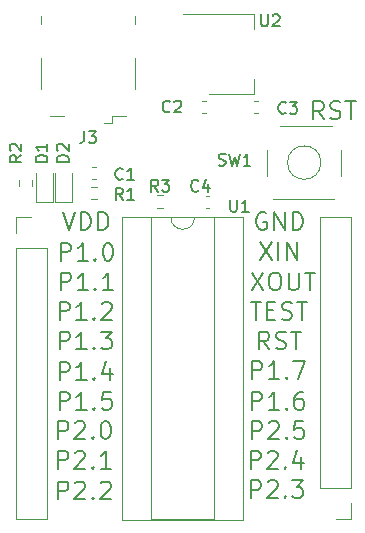
<source format=gbr>
%TF.GenerationSoftware,KiCad,Pcbnew,7.0.6-1.fc38*%
%TF.CreationDate,2023-08-09T19:30:44+03:00*%
%TF.ProjectId,msp430-breakout,6d737034-3330-42d6-9272-65616b6f7574,v.1.0*%
%TF.SameCoordinates,Original*%
%TF.FileFunction,Legend,Top*%
%TF.FilePolarity,Positive*%
%FSLAX46Y46*%
G04 Gerber Fmt 4.6, Leading zero omitted, Abs format (unit mm)*
G04 Created by KiCad (PCBNEW 7.0.6-1.fc38) date 2023-08-09 19:30:44*
%MOMM*%
%LPD*%
G01*
G04 APERTURE LIST*
%ADD10C,0.187500*%
%ADD11C,0.150000*%
%ADD12C,0.120000*%
G04 APERTURE END LIST*
D10*
X92866212Y-50478107D02*
X92723355Y-50406678D01*
X92723355Y-50406678D02*
X92509069Y-50406678D01*
X92509069Y-50406678D02*
X92294783Y-50478107D01*
X92294783Y-50478107D02*
X92151926Y-50620964D01*
X92151926Y-50620964D02*
X92080497Y-50763821D01*
X92080497Y-50763821D02*
X92009069Y-51049535D01*
X92009069Y-51049535D02*
X92009069Y-51263821D01*
X92009069Y-51263821D02*
X92080497Y-51549535D01*
X92080497Y-51549535D02*
X92151926Y-51692392D01*
X92151926Y-51692392D02*
X92294783Y-51835250D01*
X92294783Y-51835250D02*
X92509069Y-51906678D01*
X92509069Y-51906678D02*
X92651926Y-51906678D01*
X92651926Y-51906678D02*
X92866212Y-51835250D01*
X92866212Y-51835250D02*
X92937640Y-51763821D01*
X92937640Y-51763821D02*
X92937640Y-51263821D01*
X92937640Y-51263821D02*
X92651926Y-51263821D01*
X93580497Y-51906678D02*
X93580497Y-50406678D01*
X93580497Y-50406678D02*
X94437640Y-51906678D01*
X94437640Y-51906678D02*
X94437640Y-50406678D01*
X95151926Y-51906678D02*
X95151926Y-50406678D01*
X95151926Y-50406678D02*
X95509069Y-50406678D01*
X95509069Y-50406678D02*
X95723355Y-50478107D01*
X95723355Y-50478107D02*
X95866212Y-50620964D01*
X95866212Y-50620964D02*
X95937641Y-50763821D01*
X95937641Y-50763821D02*
X96009069Y-51049535D01*
X96009069Y-51049535D02*
X96009069Y-51263821D01*
X96009069Y-51263821D02*
X95937641Y-51549535D01*
X95937641Y-51549535D02*
X95866212Y-51692392D01*
X95866212Y-51692392D02*
X95723355Y-51835250D01*
X95723355Y-51835250D02*
X95509069Y-51906678D01*
X95509069Y-51906678D02*
X95151926Y-51906678D01*
X97737640Y-42506678D02*
X97237640Y-41792392D01*
X96880497Y-42506678D02*
X96880497Y-41006678D01*
X96880497Y-41006678D02*
X97451926Y-41006678D01*
X97451926Y-41006678D02*
X97594783Y-41078107D01*
X97594783Y-41078107D02*
X97666212Y-41149535D01*
X97666212Y-41149535D02*
X97737640Y-41292392D01*
X97737640Y-41292392D02*
X97737640Y-41506678D01*
X97737640Y-41506678D02*
X97666212Y-41649535D01*
X97666212Y-41649535D02*
X97594783Y-41720964D01*
X97594783Y-41720964D02*
X97451926Y-41792392D01*
X97451926Y-41792392D02*
X96880497Y-41792392D01*
X98309069Y-42435250D02*
X98523355Y-42506678D01*
X98523355Y-42506678D02*
X98880497Y-42506678D01*
X98880497Y-42506678D02*
X99023355Y-42435250D01*
X99023355Y-42435250D02*
X99094783Y-42363821D01*
X99094783Y-42363821D02*
X99166212Y-42220964D01*
X99166212Y-42220964D02*
X99166212Y-42078107D01*
X99166212Y-42078107D02*
X99094783Y-41935250D01*
X99094783Y-41935250D02*
X99023355Y-41863821D01*
X99023355Y-41863821D02*
X98880497Y-41792392D01*
X98880497Y-41792392D02*
X98594783Y-41720964D01*
X98594783Y-41720964D02*
X98451926Y-41649535D01*
X98451926Y-41649535D02*
X98380497Y-41578107D01*
X98380497Y-41578107D02*
X98309069Y-41435250D01*
X98309069Y-41435250D02*
X98309069Y-41292392D01*
X98309069Y-41292392D02*
X98380497Y-41149535D01*
X98380497Y-41149535D02*
X98451926Y-41078107D01*
X98451926Y-41078107D02*
X98594783Y-41006678D01*
X98594783Y-41006678D02*
X98951926Y-41006678D01*
X98951926Y-41006678D02*
X99166212Y-41078107D01*
X99594783Y-41006678D02*
X100451926Y-41006678D01*
X100023354Y-42506678D02*
X100023354Y-41006678D01*
X75666212Y-50406678D02*
X76166212Y-51906678D01*
X76166212Y-51906678D02*
X76666212Y-50406678D01*
X77166211Y-51906678D02*
X77166211Y-50406678D01*
X77166211Y-50406678D02*
X77523354Y-50406678D01*
X77523354Y-50406678D02*
X77737640Y-50478107D01*
X77737640Y-50478107D02*
X77880497Y-50620964D01*
X77880497Y-50620964D02*
X77951926Y-50763821D01*
X77951926Y-50763821D02*
X78023354Y-51049535D01*
X78023354Y-51049535D02*
X78023354Y-51263821D01*
X78023354Y-51263821D02*
X77951926Y-51549535D01*
X77951926Y-51549535D02*
X77880497Y-51692392D01*
X77880497Y-51692392D02*
X77737640Y-51835250D01*
X77737640Y-51835250D02*
X77523354Y-51906678D01*
X77523354Y-51906678D02*
X77166211Y-51906678D01*
X78666211Y-51906678D02*
X78666211Y-50406678D01*
X78666211Y-50406678D02*
X79023354Y-50406678D01*
X79023354Y-50406678D02*
X79237640Y-50478107D01*
X79237640Y-50478107D02*
X79380497Y-50620964D01*
X79380497Y-50620964D02*
X79451926Y-50763821D01*
X79451926Y-50763821D02*
X79523354Y-51049535D01*
X79523354Y-51049535D02*
X79523354Y-51263821D01*
X79523354Y-51263821D02*
X79451926Y-51549535D01*
X79451926Y-51549535D02*
X79380497Y-51692392D01*
X79380497Y-51692392D02*
X79237640Y-51835250D01*
X79237640Y-51835250D02*
X79023354Y-51906678D01*
X79023354Y-51906678D02*
X78666211Y-51906678D01*
X91680497Y-67106678D02*
X91680497Y-65606678D01*
X91680497Y-65606678D02*
X92251926Y-65606678D01*
X92251926Y-65606678D02*
X92394783Y-65678107D01*
X92394783Y-65678107D02*
X92466212Y-65749535D01*
X92466212Y-65749535D02*
X92537640Y-65892392D01*
X92537640Y-65892392D02*
X92537640Y-66106678D01*
X92537640Y-66106678D02*
X92466212Y-66249535D01*
X92466212Y-66249535D02*
X92394783Y-66320964D01*
X92394783Y-66320964D02*
X92251926Y-66392392D01*
X92251926Y-66392392D02*
X91680497Y-66392392D01*
X93966212Y-67106678D02*
X93109069Y-67106678D01*
X93537640Y-67106678D02*
X93537640Y-65606678D01*
X93537640Y-65606678D02*
X93394783Y-65820964D01*
X93394783Y-65820964D02*
X93251926Y-65963821D01*
X93251926Y-65963821D02*
X93109069Y-66035250D01*
X94609068Y-66963821D02*
X94680497Y-67035250D01*
X94680497Y-67035250D02*
X94609068Y-67106678D01*
X94609068Y-67106678D02*
X94537640Y-67035250D01*
X94537640Y-67035250D02*
X94609068Y-66963821D01*
X94609068Y-66963821D02*
X94609068Y-67106678D01*
X95966212Y-65606678D02*
X95680497Y-65606678D01*
X95680497Y-65606678D02*
X95537640Y-65678107D01*
X95537640Y-65678107D02*
X95466212Y-65749535D01*
X95466212Y-65749535D02*
X95323354Y-65963821D01*
X95323354Y-65963821D02*
X95251926Y-66249535D01*
X95251926Y-66249535D02*
X95251926Y-66820964D01*
X95251926Y-66820964D02*
X95323354Y-66963821D01*
X95323354Y-66963821D02*
X95394783Y-67035250D01*
X95394783Y-67035250D02*
X95537640Y-67106678D01*
X95537640Y-67106678D02*
X95823354Y-67106678D01*
X95823354Y-67106678D02*
X95966212Y-67035250D01*
X95966212Y-67035250D02*
X96037640Y-66963821D01*
X96037640Y-66963821D02*
X96109069Y-66820964D01*
X96109069Y-66820964D02*
X96109069Y-66463821D01*
X96109069Y-66463821D02*
X96037640Y-66320964D01*
X96037640Y-66320964D02*
X95966212Y-66249535D01*
X95966212Y-66249535D02*
X95823354Y-66178107D01*
X95823354Y-66178107D02*
X95537640Y-66178107D01*
X95537640Y-66178107D02*
X95394783Y-66249535D01*
X95394783Y-66249535D02*
X95323354Y-66320964D01*
X95323354Y-66320964D02*
X95251926Y-66463821D01*
X91680497Y-69606678D02*
X91680497Y-68106678D01*
X91680497Y-68106678D02*
X92251926Y-68106678D01*
X92251926Y-68106678D02*
X92394783Y-68178107D01*
X92394783Y-68178107D02*
X92466212Y-68249535D01*
X92466212Y-68249535D02*
X92537640Y-68392392D01*
X92537640Y-68392392D02*
X92537640Y-68606678D01*
X92537640Y-68606678D02*
X92466212Y-68749535D01*
X92466212Y-68749535D02*
X92394783Y-68820964D01*
X92394783Y-68820964D02*
X92251926Y-68892392D01*
X92251926Y-68892392D02*
X91680497Y-68892392D01*
X93109069Y-68249535D02*
X93180497Y-68178107D01*
X93180497Y-68178107D02*
X93323355Y-68106678D01*
X93323355Y-68106678D02*
X93680497Y-68106678D01*
X93680497Y-68106678D02*
X93823355Y-68178107D01*
X93823355Y-68178107D02*
X93894783Y-68249535D01*
X93894783Y-68249535D02*
X93966212Y-68392392D01*
X93966212Y-68392392D02*
X93966212Y-68535250D01*
X93966212Y-68535250D02*
X93894783Y-68749535D01*
X93894783Y-68749535D02*
X93037640Y-69606678D01*
X93037640Y-69606678D02*
X93966212Y-69606678D01*
X94609068Y-69463821D02*
X94680497Y-69535250D01*
X94680497Y-69535250D02*
X94609068Y-69606678D01*
X94609068Y-69606678D02*
X94537640Y-69535250D01*
X94537640Y-69535250D02*
X94609068Y-69463821D01*
X94609068Y-69463821D02*
X94609068Y-69606678D01*
X96037640Y-68106678D02*
X95323354Y-68106678D01*
X95323354Y-68106678D02*
X95251926Y-68820964D01*
X95251926Y-68820964D02*
X95323354Y-68749535D01*
X95323354Y-68749535D02*
X95466212Y-68678107D01*
X95466212Y-68678107D02*
X95823354Y-68678107D01*
X95823354Y-68678107D02*
X95966212Y-68749535D01*
X95966212Y-68749535D02*
X96037640Y-68820964D01*
X96037640Y-68820964D02*
X96109069Y-68963821D01*
X96109069Y-68963821D02*
X96109069Y-69320964D01*
X96109069Y-69320964D02*
X96037640Y-69463821D01*
X96037640Y-69463821D02*
X95966212Y-69535250D01*
X95966212Y-69535250D02*
X95823354Y-69606678D01*
X95823354Y-69606678D02*
X95466212Y-69606678D01*
X95466212Y-69606678D02*
X95323354Y-69535250D01*
X95323354Y-69535250D02*
X95251926Y-69463821D01*
X93137640Y-62006678D02*
X92637640Y-61292392D01*
X92280497Y-62006678D02*
X92280497Y-60506678D01*
X92280497Y-60506678D02*
X92851926Y-60506678D01*
X92851926Y-60506678D02*
X92994783Y-60578107D01*
X92994783Y-60578107D02*
X93066212Y-60649535D01*
X93066212Y-60649535D02*
X93137640Y-60792392D01*
X93137640Y-60792392D02*
X93137640Y-61006678D01*
X93137640Y-61006678D02*
X93066212Y-61149535D01*
X93066212Y-61149535D02*
X92994783Y-61220964D01*
X92994783Y-61220964D02*
X92851926Y-61292392D01*
X92851926Y-61292392D02*
X92280497Y-61292392D01*
X93709069Y-61935250D02*
X93923355Y-62006678D01*
X93923355Y-62006678D02*
X94280497Y-62006678D01*
X94280497Y-62006678D02*
X94423355Y-61935250D01*
X94423355Y-61935250D02*
X94494783Y-61863821D01*
X94494783Y-61863821D02*
X94566212Y-61720964D01*
X94566212Y-61720964D02*
X94566212Y-61578107D01*
X94566212Y-61578107D02*
X94494783Y-61435250D01*
X94494783Y-61435250D02*
X94423355Y-61363821D01*
X94423355Y-61363821D02*
X94280497Y-61292392D01*
X94280497Y-61292392D02*
X93994783Y-61220964D01*
X93994783Y-61220964D02*
X93851926Y-61149535D01*
X93851926Y-61149535D02*
X93780497Y-61078107D01*
X93780497Y-61078107D02*
X93709069Y-60935250D01*
X93709069Y-60935250D02*
X93709069Y-60792392D01*
X93709069Y-60792392D02*
X93780497Y-60649535D01*
X93780497Y-60649535D02*
X93851926Y-60578107D01*
X93851926Y-60578107D02*
X93994783Y-60506678D01*
X93994783Y-60506678D02*
X94351926Y-60506678D01*
X94351926Y-60506678D02*
X94566212Y-60578107D01*
X94994783Y-60506678D02*
X95851926Y-60506678D01*
X95423354Y-62006678D02*
X95423354Y-60506678D01*
X91566212Y-58006678D02*
X92423355Y-58006678D01*
X91994783Y-59506678D02*
X91994783Y-58006678D01*
X92923354Y-58720964D02*
X93423354Y-58720964D01*
X93637640Y-59506678D02*
X92923354Y-59506678D01*
X92923354Y-59506678D02*
X92923354Y-58006678D01*
X92923354Y-58006678D02*
X93637640Y-58006678D01*
X94209069Y-59435250D02*
X94423355Y-59506678D01*
X94423355Y-59506678D02*
X94780497Y-59506678D01*
X94780497Y-59506678D02*
X94923355Y-59435250D01*
X94923355Y-59435250D02*
X94994783Y-59363821D01*
X94994783Y-59363821D02*
X95066212Y-59220964D01*
X95066212Y-59220964D02*
X95066212Y-59078107D01*
X95066212Y-59078107D02*
X94994783Y-58935250D01*
X94994783Y-58935250D02*
X94923355Y-58863821D01*
X94923355Y-58863821D02*
X94780497Y-58792392D01*
X94780497Y-58792392D02*
X94494783Y-58720964D01*
X94494783Y-58720964D02*
X94351926Y-58649535D01*
X94351926Y-58649535D02*
X94280497Y-58578107D01*
X94280497Y-58578107D02*
X94209069Y-58435250D01*
X94209069Y-58435250D02*
X94209069Y-58292392D01*
X94209069Y-58292392D02*
X94280497Y-58149535D01*
X94280497Y-58149535D02*
X94351926Y-58078107D01*
X94351926Y-58078107D02*
X94494783Y-58006678D01*
X94494783Y-58006678D02*
X94851926Y-58006678D01*
X94851926Y-58006678D02*
X95066212Y-58078107D01*
X95494783Y-58006678D02*
X96351926Y-58006678D01*
X95923354Y-59506678D02*
X95923354Y-58006678D01*
X91580497Y-72106678D02*
X91580497Y-70606678D01*
X91580497Y-70606678D02*
X92151926Y-70606678D01*
X92151926Y-70606678D02*
X92294783Y-70678107D01*
X92294783Y-70678107D02*
X92366212Y-70749535D01*
X92366212Y-70749535D02*
X92437640Y-70892392D01*
X92437640Y-70892392D02*
X92437640Y-71106678D01*
X92437640Y-71106678D02*
X92366212Y-71249535D01*
X92366212Y-71249535D02*
X92294783Y-71320964D01*
X92294783Y-71320964D02*
X92151926Y-71392392D01*
X92151926Y-71392392D02*
X91580497Y-71392392D01*
X93009069Y-70749535D02*
X93080497Y-70678107D01*
X93080497Y-70678107D02*
X93223355Y-70606678D01*
X93223355Y-70606678D02*
X93580497Y-70606678D01*
X93580497Y-70606678D02*
X93723355Y-70678107D01*
X93723355Y-70678107D02*
X93794783Y-70749535D01*
X93794783Y-70749535D02*
X93866212Y-70892392D01*
X93866212Y-70892392D02*
X93866212Y-71035250D01*
X93866212Y-71035250D02*
X93794783Y-71249535D01*
X93794783Y-71249535D02*
X92937640Y-72106678D01*
X92937640Y-72106678D02*
X93866212Y-72106678D01*
X94509068Y-71963821D02*
X94580497Y-72035250D01*
X94580497Y-72035250D02*
X94509068Y-72106678D01*
X94509068Y-72106678D02*
X94437640Y-72035250D01*
X94437640Y-72035250D02*
X94509068Y-71963821D01*
X94509068Y-71963821D02*
X94509068Y-72106678D01*
X95866212Y-71106678D02*
X95866212Y-72106678D01*
X95509069Y-70535250D02*
X95151926Y-71606678D01*
X95151926Y-71606678D02*
X96080497Y-71606678D01*
X91637640Y-55506678D02*
X92637640Y-57006678D01*
X92637640Y-55506678D02*
X91637640Y-57006678D01*
X93494783Y-55506678D02*
X93780497Y-55506678D01*
X93780497Y-55506678D02*
X93923354Y-55578107D01*
X93923354Y-55578107D02*
X94066211Y-55720964D01*
X94066211Y-55720964D02*
X94137640Y-56006678D01*
X94137640Y-56006678D02*
X94137640Y-56506678D01*
X94137640Y-56506678D02*
X94066211Y-56792392D01*
X94066211Y-56792392D02*
X93923354Y-56935250D01*
X93923354Y-56935250D02*
X93780497Y-57006678D01*
X93780497Y-57006678D02*
X93494783Y-57006678D01*
X93494783Y-57006678D02*
X93351926Y-56935250D01*
X93351926Y-56935250D02*
X93209068Y-56792392D01*
X93209068Y-56792392D02*
X93137640Y-56506678D01*
X93137640Y-56506678D02*
X93137640Y-56006678D01*
X93137640Y-56006678D02*
X93209068Y-55720964D01*
X93209068Y-55720964D02*
X93351926Y-55578107D01*
X93351926Y-55578107D02*
X93494783Y-55506678D01*
X94780497Y-55506678D02*
X94780497Y-56720964D01*
X94780497Y-56720964D02*
X94851926Y-56863821D01*
X94851926Y-56863821D02*
X94923355Y-56935250D01*
X94923355Y-56935250D02*
X95066212Y-57006678D01*
X95066212Y-57006678D02*
X95351926Y-57006678D01*
X95351926Y-57006678D02*
X95494783Y-56935250D01*
X95494783Y-56935250D02*
X95566212Y-56863821D01*
X95566212Y-56863821D02*
X95637640Y-56720964D01*
X95637640Y-56720964D02*
X95637640Y-55506678D01*
X96137641Y-55506678D02*
X96994784Y-55506678D01*
X96566212Y-57006678D02*
X96566212Y-55506678D01*
X91680497Y-64506678D02*
X91680497Y-63006678D01*
X91680497Y-63006678D02*
X92251926Y-63006678D01*
X92251926Y-63006678D02*
X92394783Y-63078107D01*
X92394783Y-63078107D02*
X92466212Y-63149535D01*
X92466212Y-63149535D02*
X92537640Y-63292392D01*
X92537640Y-63292392D02*
X92537640Y-63506678D01*
X92537640Y-63506678D02*
X92466212Y-63649535D01*
X92466212Y-63649535D02*
X92394783Y-63720964D01*
X92394783Y-63720964D02*
X92251926Y-63792392D01*
X92251926Y-63792392D02*
X91680497Y-63792392D01*
X93966212Y-64506678D02*
X93109069Y-64506678D01*
X93537640Y-64506678D02*
X93537640Y-63006678D01*
X93537640Y-63006678D02*
X93394783Y-63220964D01*
X93394783Y-63220964D02*
X93251926Y-63363821D01*
X93251926Y-63363821D02*
X93109069Y-63435250D01*
X94609068Y-64363821D02*
X94680497Y-64435250D01*
X94680497Y-64435250D02*
X94609068Y-64506678D01*
X94609068Y-64506678D02*
X94537640Y-64435250D01*
X94537640Y-64435250D02*
X94609068Y-64363821D01*
X94609068Y-64363821D02*
X94609068Y-64506678D01*
X95180497Y-63006678D02*
X96180497Y-63006678D01*
X96180497Y-63006678D02*
X95537640Y-64506678D01*
X91580497Y-74606678D02*
X91580497Y-73106678D01*
X91580497Y-73106678D02*
X92151926Y-73106678D01*
X92151926Y-73106678D02*
X92294783Y-73178107D01*
X92294783Y-73178107D02*
X92366212Y-73249535D01*
X92366212Y-73249535D02*
X92437640Y-73392392D01*
X92437640Y-73392392D02*
X92437640Y-73606678D01*
X92437640Y-73606678D02*
X92366212Y-73749535D01*
X92366212Y-73749535D02*
X92294783Y-73820964D01*
X92294783Y-73820964D02*
X92151926Y-73892392D01*
X92151926Y-73892392D02*
X91580497Y-73892392D01*
X93009069Y-73249535D02*
X93080497Y-73178107D01*
X93080497Y-73178107D02*
X93223355Y-73106678D01*
X93223355Y-73106678D02*
X93580497Y-73106678D01*
X93580497Y-73106678D02*
X93723355Y-73178107D01*
X93723355Y-73178107D02*
X93794783Y-73249535D01*
X93794783Y-73249535D02*
X93866212Y-73392392D01*
X93866212Y-73392392D02*
X93866212Y-73535250D01*
X93866212Y-73535250D02*
X93794783Y-73749535D01*
X93794783Y-73749535D02*
X92937640Y-74606678D01*
X92937640Y-74606678D02*
X93866212Y-74606678D01*
X94509068Y-74463821D02*
X94580497Y-74535250D01*
X94580497Y-74535250D02*
X94509068Y-74606678D01*
X94509068Y-74606678D02*
X94437640Y-74535250D01*
X94437640Y-74535250D02*
X94509068Y-74463821D01*
X94509068Y-74463821D02*
X94509068Y-74606678D01*
X95080497Y-73106678D02*
X96009069Y-73106678D01*
X96009069Y-73106678D02*
X95509069Y-73678107D01*
X95509069Y-73678107D02*
X95723354Y-73678107D01*
X95723354Y-73678107D02*
X95866212Y-73749535D01*
X95866212Y-73749535D02*
X95937640Y-73820964D01*
X95937640Y-73820964D02*
X96009069Y-73963821D01*
X96009069Y-73963821D02*
X96009069Y-74320964D01*
X96009069Y-74320964D02*
X95937640Y-74463821D01*
X95937640Y-74463821D02*
X95866212Y-74535250D01*
X95866212Y-74535250D02*
X95723354Y-74606678D01*
X95723354Y-74606678D02*
X95294783Y-74606678D01*
X95294783Y-74606678D02*
X95151926Y-74535250D01*
X95151926Y-74535250D02*
X95080497Y-74463821D01*
X75280497Y-74706678D02*
X75280497Y-73206678D01*
X75280497Y-73206678D02*
X75851926Y-73206678D01*
X75851926Y-73206678D02*
X75994783Y-73278107D01*
X75994783Y-73278107D02*
X76066212Y-73349535D01*
X76066212Y-73349535D02*
X76137640Y-73492392D01*
X76137640Y-73492392D02*
X76137640Y-73706678D01*
X76137640Y-73706678D02*
X76066212Y-73849535D01*
X76066212Y-73849535D02*
X75994783Y-73920964D01*
X75994783Y-73920964D02*
X75851926Y-73992392D01*
X75851926Y-73992392D02*
X75280497Y-73992392D01*
X76709069Y-73349535D02*
X76780497Y-73278107D01*
X76780497Y-73278107D02*
X76923355Y-73206678D01*
X76923355Y-73206678D02*
X77280497Y-73206678D01*
X77280497Y-73206678D02*
X77423355Y-73278107D01*
X77423355Y-73278107D02*
X77494783Y-73349535D01*
X77494783Y-73349535D02*
X77566212Y-73492392D01*
X77566212Y-73492392D02*
X77566212Y-73635250D01*
X77566212Y-73635250D02*
X77494783Y-73849535D01*
X77494783Y-73849535D02*
X76637640Y-74706678D01*
X76637640Y-74706678D02*
X77566212Y-74706678D01*
X78209068Y-74563821D02*
X78280497Y-74635250D01*
X78280497Y-74635250D02*
X78209068Y-74706678D01*
X78209068Y-74706678D02*
X78137640Y-74635250D01*
X78137640Y-74635250D02*
X78209068Y-74563821D01*
X78209068Y-74563821D02*
X78209068Y-74706678D01*
X78851926Y-73349535D02*
X78923354Y-73278107D01*
X78923354Y-73278107D02*
X79066212Y-73206678D01*
X79066212Y-73206678D02*
X79423354Y-73206678D01*
X79423354Y-73206678D02*
X79566212Y-73278107D01*
X79566212Y-73278107D02*
X79637640Y-73349535D01*
X79637640Y-73349535D02*
X79709069Y-73492392D01*
X79709069Y-73492392D02*
X79709069Y-73635250D01*
X79709069Y-73635250D02*
X79637640Y-73849535D01*
X79637640Y-73849535D02*
X78780497Y-74706678D01*
X78780497Y-74706678D02*
X79709069Y-74706678D01*
X75280497Y-69606678D02*
X75280497Y-68106678D01*
X75280497Y-68106678D02*
X75851926Y-68106678D01*
X75851926Y-68106678D02*
X75994783Y-68178107D01*
X75994783Y-68178107D02*
X76066212Y-68249535D01*
X76066212Y-68249535D02*
X76137640Y-68392392D01*
X76137640Y-68392392D02*
X76137640Y-68606678D01*
X76137640Y-68606678D02*
X76066212Y-68749535D01*
X76066212Y-68749535D02*
X75994783Y-68820964D01*
X75994783Y-68820964D02*
X75851926Y-68892392D01*
X75851926Y-68892392D02*
X75280497Y-68892392D01*
X76709069Y-68249535D02*
X76780497Y-68178107D01*
X76780497Y-68178107D02*
X76923355Y-68106678D01*
X76923355Y-68106678D02*
X77280497Y-68106678D01*
X77280497Y-68106678D02*
X77423355Y-68178107D01*
X77423355Y-68178107D02*
X77494783Y-68249535D01*
X77494783Y-68249535D02*
X77566212Y-68392392D01*
X77566212Y-68392392D02*
X77566212Y-68535250D01*
X77566212Y-68535250D02*
X77494783Y-68749535D01*
X77494783Y-68749535D02*
X76637640Y-69606678D01*
X76637640Y-69606678D02*
X77566212Y-69606678D01*
X78209068Y-69463821D02*
X78280497Y-69535250D01*
X78280497Y-69535250D02*
X78209068Y-69606678D01*
X78209068Y-69606678D02*
X78137640Y-69535250D01*
X78137640Y-69535250D02*
X78209068Y-69463821D01*
X78209068Y-69463821D02*
X78209068Y-69606678D01*
X79209069Y-68106678D02*
X79351926Y-68106678D01*
X79351926Y-68106678D02*
X79494783Y-68178107D01*
X79494783Y-68178107D02*
X79566212Y-68249535D01*
X79566212Y-68249535D02*
X79637640Y-68392392D01*
X79637640Y-68392392D02*
X79709069Y-68678107D01*
X79709069Y-68678107D02*
X79709069Y-69035250D01*
X79709069Y-69035250D02*
X79637640Y-69320964D01*
X79637640Y-69320964D02*
X79566212Y-69463821D01*
X79566212Y-69463821D02*
X79494783Y-69535250D01*
X79494783Y-69535250D02*
X79351926Y-69606678D01*
X79351926Y-69606678D02*
X79209069Y-69606678D01*
X79209069Y-69606678D02*
X79066212Y-69535250D01*
X79066212Y-69535250D02*
X78994783Y-69463821D01*
X78994783Y-69463821D02*
X78923354Y-69320964D01*
X78923354Y-69320964D02*
X78851926Y-69035250D01*
X78851926Y-69035250D02*
X78851926Y-68678107D01*
X78851926Y-68678107D02*
X78923354Y-68392392D01*
X78923354Y-68392392D02*
X78994783Y-68249535D01*
X78994783Y-68249535D02*
X79066212Y-68178107D01*
X79066212Y-68178107D02*
X79209069Y-68106678D01*
X75380497Y-67106678D02*
X75380497Y-65606678D01*
X75380497Y-65606678D02*
X75951926Y-65606678D01*
X75951926Y-65606678D02*
X76094783Y-65678107D01*
X76094783Y-65678107D02*
X76166212Y-65749535D01*
X76166212Y-65749535D02*
X76237640Y-65892392D01*
X76237640Y-65892392D02*
X76237640Y-66106678D01*
X76237640Y-66106678D02*
X76166212Y-66249535D01*
X76166212Y-66249535D02*
X76094783Y-66320964D01*
X76094783Y-66320964D02*
X75951926Y-66392392D01*
X75951926Y-66392392D02*
X75380497Y-66392392D01*
X77666212Y-67106678D02*
X76809069Y-67106678D01*
X77237640Y-67106678D02*
X77237640Y-65606678D01*
X77237640Y-65606678D02*
X77094783Y-65820964D01*
X77094783Y-65820964D02*
X76951926Y-65963821D01*
X76951926Y-65963821D02*
X76809069Y-66035250D01*
X78309068Y-66963821D02*
X78380497Y-67035250D01*
X78380497Y-67035250D02*
X78309068Y-67106678D01*
X78309068Y-67106678D02*
X78237640Y-67035250D01*
X78237640Y-67035250D02*
X78309068Y-66963821D01*
X78309068Y-66963821D02*
X78309068Y-67106678D01*
X79737640Y-65606678D02*
X79023354Y-65606678D01*
X79023354Y-65606678D02*
X78951926Y-66320964D01*
X78951926Y-66320964D02*
X79023354Y-66249535D01*
X79023354Y-66249535D02*
X79166212Y-66178107D01*
X79166212Y-66178107D02*
X79523354Y-66178107D01*
X79523354Y-66178107D02*
X79666212Y-66249535D01*
X79666212Y-66249535D02*
X79737640Y-66320964D01*
X79737640Y-66320964D02*
X79809069Y-66463821D01*
X79809069Y-66463821D02*
X79809069Y-66820964D01*
X79809069Y-66820964D02*
X79737640Y-66963821D01*
X79737640Y-66963821D02*
X79666212Y-67035250D01*
X79666212Y-67035250D02*
X79523354Y-67106678D01*
X79523354Y-67106678D02*
X79166212Y-67106678D01*
X79166212Y-67106678D02*
X79023354Y-67035250D01*
X79023354Y-67035250D02*
X78951926Y-66963821D01*
X75380497Y-64606678D02*
X75380497Y-63106678D01*
X75380497Y-63106678D02*
X75951926Y-63106678D01*
X75951926Y-63106678D02*
X76094783Y-63178107D01*
X76094783Y-63178107D02*
X76166212Y-63249535D01*
X76166212Y-63249535D02*
X76237640Y-63392392D01*
X76237640Y-63392392D02*
X76237640Y-63606678D01*
X76237640Y-63606678D02*
X76166212Y-63749535D01*
X76166212Y-63749535D02*
X76094783Y-63820964D01*
X76094783Y-63820964D02*
X75951926Y-63892392D01*
X75951926Y-63892392D02*
X75380497Y-63892392D01*
X77666212Y-64606678D02*
X76809069Y-64606678D01*
X77237640Y-64606678D02*
X77237640Y-63106678D01*
X77237640Y-63106678D02*
X77094783Y-63320964D01*
X77094783Y-63320964D02*
X76951926Y-63463821D01*
X76951926Y-63463821D02*
X76809069Y-63535250D01*
X78309068Y-64463821D02*
X78380497Y-64535250D01*
X78380497Y-64535250D02*
X78309068Y-64606678D01*
X78309068Y-64606678D02*
X78237640Y-64535250D01*
X78237640Y-64535250D02*
X78309068Y-64463821D01*
X78309068Y-64463821D02*
X78309068Y-64606678D01*
X79666212Y-63606678D02*
X79666212Y-64606678D01*
X79309069Y-63035250D02*
X78951926Y-64106678D01*
X78951926Y-64106678D02*
X79880497Y-64106678D01*
X75280497Y-72106678D02*
X75280497Y-70606678D01*
X75280497Y-70606678D02*
X75851926Y-70606678D01*
X75851926Y-70606678D02*
X75994783Y-70678107D01*
X75994783Y-70678107D02*
X76066212Y-70749535D01*
X76066212Y-70749535D02*
X76137640Y-70892392D01*
X76137640Y-70892392D02*
X76137640Y-71106678D01*
X76137640Y-71106678D02*
X76066212Y-71249535D01*
X76066212Y-71249535D02*
X75994783Y-71320964D01*
X75994783Y-71320964D02*
X75851926Y-71392392D01*
X75851926Y-71392392D02*
X75280497Y-71392392D01*
X76709069Y-70749535D02*
X76780497Y-70678107D01*
X76780497Y-70678107D02*
X76923355Y-70606678D01*
X76923355Y-70606678D02*
X77280497Y-70606678D01*
X77280497Y-70606678D02*
X77423355Y-70678107D01*
X77423355Y-70678107D02*
X77494783Y-70749535D01*
X77494783Y-70749535D02*
X77566212Y-70892392D01*
X77566212Y-70892392D02*
X77566212Y-71035250D01*
X77566212Y-71035250D02*
X77494783Y-71249535D01*
X77494783Y-71249535D02*
X76637640Y-72106678D01*
X76637640Y-72106678D02*
X77566212Y-72106678D01*
X78209068Y-71963821D02*
X78280497Y-72035250D01*
X78280497Y-72035250D02*
X78209068Y-72106678D01*
X78209068Y-72106678D02*
X78137640Y-72035250D01*
X78137640Y-72035250D02*
X78209068Y-71963821D01*
X78209068Y-71963821D02*
X78209068Y-72106678D01*
X79709069Y-72106678D02*
X78851926Y-72106678D01*
X79280497Y-72106678D02*
X79280497Y-70606678D01*
X79280497Y-70606678D02*
X79137640Y-70820964D01*
X79137640Y-70820964D02*
X78994783Y-70963821D01*
X78994783Y-70963821D02*
X78851926Y-71035250D01*
X75380497Y-62006678D02*
X75380497Y-60506678D01*
X75380497Y-60506678D02*
X75951926Y-60506678D01*
X75951926Y-60506678D02*
X76094783Y-60578107D01*
X76094783Y-60578107D02*
X76166212Y-60649535D01*
X76166212Y-60649535D02*
X76237640Y-60792392D01*
X76237640Y-60792392D02*
X76237640Y-61006678D01*
X76237640Y-61006678D02*
X76166212Y-61149535D01*
X76166212Y-61149535D02*
X76094783Y-61220964D01*
X76094783Y-61220964D02*
X75951926Y-61292392D01*
X75951926Y-61292392D02*
X75380497Y-61292392D01*
X77666212Y-62006678D02*
X76809069Y-62006678D01*
X77237640Y-62006678D02*
X77237640Y-60506678D01*
X77237640Y-60506678D02*
X77094783Y-60720964D01*
X77094783Y-60720964D02*
X76951926Y-60863821D01*
X76951926Y-60863821D02*
X76809069Y-60935250D01*
X78309068Y-61863821D02*
X78380497Y-61935250D01*
X78380497Y-61935250D02*
X78309068Y-62006678D01*
X78309068Y-62006678D02*
X78237640Y-61935250D01*
X78237640Y-61935250D02*
X78309068Y-61863821D01*
X78309068Y-61863821D02*
X78309068Y-62006678D01*
X78880497Y-60506678D02*
X79809069Y-60506678D01*
X79809069Y-60506678D02*
X79309069Y-61078107D01*
X79309069Y-61078107D02*
X79523354Y-61078107D01*
X79523354Y-61078107D02*
X79666212Y-61149535D01*
X79666212Y-61149535D02*
X79737640Y-61220964D01*
X79737640Y-61220964D02*
X79809069Y-61363821D01*
X79809069Y-61363821D02*
X79809069Y-61720964D01*
X79809069Y-61720964D02*
X79737640Y-61863821D01*
X79737640Y-61863821D02*
X79666212Y-61935250D01*
X79666212Y-61935250D02*
X79523354Y-62006678D01*
X79523354Y-62006678D02*
X79094783Y-62006678D01*
X79094783Y-62006678D02*
X78951926Y-61935250D01*
X78951926Y-61935250D02*
X78880497Y-61863821D01*
X75380497Y-59506678D02*
X75380497Y-58006678D01*
X75380497Y-58006678D02*
X75951926Y-58006678D01*
X75951926Y-58006678D02*
X76094783Y-58078107D01*
X76094783Y-58078107D02*
X76166212Y-58149535D01*
X76166212Y-58149535D02*
X76237640Y-58292392D01*
X76237640Y-58292392D02*
X76237640Y-58506678D01*
X76237640Y-58506678D02*
X76166212Y-58649535D01*
X76166212Y-58649535D02*
X76094783Y-58720964D01*
X76094783Y-58720964D02*
X75951926Y-58792392D01*
X75951926Y-58792392D02*
X75380497Y-58792392D01*
X77666212Y-59506678D02*
X76809069Y-59506678D01*
X77237640Y-59506678D02*
X77237640Y-58006678D01*
X77237640Y-58006678D02*
X77094783Y-58220964D01*
X77094783Y-58220964D02*
X76951926Y-58363821D01*
X76951926Y-58363821D02*
X76809069Y-58435250D01*
X78309068Y-59363821D02*
X78380497Y-59435250D01*
X78380497Y-59435250D02*
X78309068Y-59506678D01*
X78309068Y-59506678D02*
X78237640Y-59435250D01*
X78237640Y-59435250D02*
X78309068Y-59363821D01*
X78309068Y-59363821D02*
X78309068Y-59506678D01*
X78951926Y-58149535D02*
X79023354Y-58078107D01*
X79023354Y-58078107D02*
X79166212Y-58006678D01*
X79166212Y-58006678D02*
X79523354Y-58006678D01*
X79523354Y-58006678D02*
X79666212Y-58078107D01*
X79666212Y-58078107D02*
X79737640Y-58149535D01*
X79737640Y-58149535D02*
X79809069Y-58292392D01*
X79809069Y-58292392D02*
X79809069Y-58435250D01*
X79809069Y-58435250D02*
X79737640Y-58649535D01*
X79737640Y-58649535D02*
X78880497Y-59506678D01*
X78880497Y-59506678D02*
X79809069Y-59506678D01*
X92337640Y-52906678D02*
X93337640Y-54406678D01*
X93337640Y-52906678D02*
X92337640Y-54406678D01*
X93909068Y-54406678D02*
X93909068Y-52906678D01*
X94623354Y-54406678D02*
X94623354Y-52906678D01*
X94623354Y-52906678D02*
X95480497Y-54406678D01*
X95480497Y-54406678D02*
X95480497Y-52906678D01*
X75480497Y-57006678D02*
X75480497Y-55506678D01*
X75480497Y-55506678D02*
X76051926Y-55506678D01*
X76051926Y-55506678D02*
X76194783Y-55578107D01*
X76194783Y-55578107D02*
X76266212Y-55649535D01*
X76266212Y-55649535D02*
X76337640Y-55792392D01*
X76337640Y-55792392D02*
X76337640Y-56006678D01*
X76337640Y-56006678D02*
X76266212Y-56149535D01*
X76266212Y-56149535D02*
X76194783Y-56220964D01*
X76194783Y-56220964D02*
X76051926Y-56292392D01*
X76051926Y-56292392D02*
X75480497Y-56292392D01*
X77766212Y-57006678D02*
X76909069Y-57006678D01*
X77337640Y-57006678D02*
X77337640Y-55506678D01*
X77337640Y-55506678D02*
X77194783Y-55720964D01*
X77194783Y-55720964D02*
X77051926Y-55863821D01*
X77051926Y-55863821D02*
X76909069Y-55935250D01*
X78409068Y-56863821D02*
X78480497Y-56935250D01*
X78480497Y-56935250D02*
X78409068Y-57006678D01*
X78409068Y-57006678D02*
X78337640Y-56935250D01*
X78337640Y-56935250D02*
X78409068Y-56863821D01*
X78409068Y-56863821D02*
X78409068Y-57006678D01*
X79909069Y-57006678D02*
X79051926Y-57006678D01*
X79480497Y-57006678D02*
X79480497Y-55506678D01*
X79480497Y-55506678D02*
X79337640Y-55720964D01*
X79337640Y-55720964D02*
X79194783Y-55863821D01*
X79194783Y-55863821D02*
X79051926Y-55935250D01*
X75480497Y-54506678D02*
X75480497Y-53006678D01*
X75480497Y-53006678D02*
X76051926Y-53006678D01*
X76051926Y-53006678D02*
X76194783Y-53078107D01*
X76194783Y-53078107D02*
X76266212Y-53149535D01*
X76266212Y-53149535D02*
X76337640Y-53292392D01*
X76337640Y-53292392D02*
X76337640Y-53506678D01*
X76337640Y-53506678D02*
X76266212Y-53649535D01*
X76266212Y-53649535D02*
X76194783Y-53720964D01*
X76194783Y-53720964D02*
X76051926Y-53792392D01*
X76051926Y-53792392D02*
X75480497Y-53792392D01*
X77766212Y-54506678D02*
X76909069Y-54506678D01*
X77337640Y-54506678D02*
X77337640Y-53006678D01*
X77337640Y-53006678D02*
X77194783Y-53220964D01*
X77194783Y-53220964D02*
X77051926Y-53363821D01*
X77051926Y-53363821D02*
X76909069Y-53435250D01*
X78409068Y-54363821D02*
X78480497Y-54435250D01*
X78480497Y-54435250D02*
X78409068Y-54506678D01*
X78409068Y-54506678D02*
X78337640Y-54435250D01*
X78337640Y-54435250D02*
X78409068Y-54363821D01*
X78409068Y-54363821D02*
X78409068Y-54506678D01*
X79409069Y-53006678D02*
X79551926Y-53006678D01*
X79551926Y-53006678D02*
X79694783Y-53078107D01*
X79694783Y-53078107D02*
X79766212Y-53149535D01*
X79766212Y-53149535D02*
X79837640Y-53292392D01*
X79837640Y-53292392D02*
X79909069Y-53578107D01*
X79909069Y-53578107D02*
X79909069Y-53935250D01*
X79909069Y-53935250D02*
X79837640Y-54220964D01*
X79837640Y-54220964D02*
X79766212Y-54363821D01*
X79766212Y-54363821D02*
X79694783Y-54435250D01*
X79694783Y-54435250D02*
X79551926Y-54506678D01*
X79551926Y-54506678D02*
X79409069Y-54506678D01*
X79409069Y-54506678D02*
X79266212Y-54435250D01*
X79266212Y-54435250D02*
X79194783Y-54363821D01*
X79194783Y-54363821D02*
X79123354Y-54220964D01*
X79123354Y-54220964D02*
X79051926Y-53935250D01*
X79051926Y-53935250D02*
X79051926Y-53578107D01*
X79051926Y-53578107D02*
X79123354Y-53292392D01*
X79123354Y-53292392D02*
X79194783Y-53149535D01*
X79194783Y-53149535D02*
X79266212Y-53078107D01*
X79266212Y-53078107D02*
X79409069Y-53006678D01*
D11*
X77466666Y-43529819D02*
X77466666Y-44244104D01*
X77466666Y-44244104D02*
X77419047Y-44386961D01*
X77419047Y-44386961D02*
X77323809Y-44482200D01*
X77323809Y-44482200D02*
X77180952Y-44529819D01*
X77180952Y-44529819D02*
X77085714Y-44529819D01*
X77847619Y-43529819D02*
X78466666Y-43529819D01*
X78466666Y-43529819D02*
X78133333Y-43910771D01*
X78133333Y-43910771D02*
X78276190Y-43910771D01*
X78276190Y-43910771D02*
X78371428Y-43958390D01*
X78371428Y-43958390D02*
X78419047Y-44006009D01*
X78419047Y-44006009D02*
X78466666Y-44101247D01*
X78466666Y-44101247D02*
X78466666Y-44339342D01*
X78466666Y-44339342D02*
X78419047Y-44434580D01*
X78419047Y-44434580D02*
X78371428Y-44482200D01*
X78371428Y-44482200D02*
X78276190Y-44529819D01*
X78276190Y-44529819D02*
X77990476Y-44529819D01*
X77990476Y-44529819D02*
X77895238Y-44482200D01*
X77895238Y-44482200D02*
X77847619Y-44434580D01*
X92438095Y-33654819D02*
X92438095Y-34464342D01*
X92438095Y-34464342D02*
X92485714Y-34559580D01*
X92485714Y-34559580D02*
X92533333Y-34607200D01*
X92533333Y-34607200D02*
X92628571Y-34654819D01*
X92628571Y-34654819D02*
X92819047Y-34654819D01*
X92819047Y-34654819D02*
X92914285Y-34607200D01*
X92914285Y-34607200D02*
X92961904Y-34559580D01*
X92961904Y-34559580D02*
X93009523Y-34464342D01*
X93009523Y-34464342D02*
X93009523Y-33654819D01*
X93438095Y-33750057D02*
X93485714Y-33702438D01*
X93485714Y-33702438D02*
X93580952Y-33654819D01*
X93580952Y-33654819D02*
X93819047Y-33654819D01*
X93819047Y-33654819D02*
X93914285Y-33702438D01*
X93914285Y-33702438D02*
X93961904Y-33750057D01*
X93961904Y-33750057D02*
X94009523Y-33845295D01*
X94009523Y-33845295D02*
X94009523Y-33940533D01*
X94009523Y-33940533D02*
X93961904Y-34083390D01*
X93961904Y-34083390D02*
X93390476Y-34654819D01*
X93390476Y-34654819D02*
X94009523Y-34654819D01*
X89838095Y-49354819D02*
X89838095Y-50164342D01*
X89838095Y-50164342D02*
X89885714Y-50259580D01*
X89885714Y-50259580D02*
X89933333Y-50307200D01*
X89933333Y-50307200D02*
X90028571Y-50354819D01*
X90028571Y-50354819D02*
X90219047Y-50354819D01*
X90219047Y-50354819D02*
X90314285Y-50307200D01*
X90314285Y-50307200D02*
X90361904Y-50259580D01*
X90361904Y-50259580D02*
X90409523Y-50164342D01*
X90409523Y-50164342D02*
X90409523Y-49354819D01*
X91409523Y-50354819D02*
X90838095Y-50354819D01*
X91123809Y-50354819D02*
X91123809Y-49354819D01*
X91123809Y-49354819D02*
X91028571Y-49497676D01*
X91028571Y-49497676D02*
X90933333Y-49592914D01*
X90933333Y-49592914D02*
X90838095Y-49640533D01*
X88866667Y-46407200D02*
X89009524Y-46454819D01*
X89009524Y-46454819D02*
X89247619Y-46454819D01*
X89247619Y-46454819D02*
X89342857Y-46407200D01*
X89342857Y-46407200D02*
X89390476Y-46359580D01*
X89390476Y-46359580D02*
X89438095Y-46264342D01*
X89438095Y-46264342D02*
X89438095Y-46169104D01*
X89438095Y-46169104D02*
X89390476Y-46073866D01*
X89390476Y-46073866D02*
X89342857Y-46026247D01*
X89342857Y-46026247D02*
X89247619Y-45978628D01*
X89247619Y-45978628D02*
X89057143Y-45931009D01*
X89057143Y-45931009D02*
X88961905Y-45883390D01*
X88961905Y-45883390D02*
X88914286Y-45835771D01*
X88914286Y-45835771D02*
X88866667Y-45740533D01*
X88866667Y-45740533D02*
X88866667Y-45645295D01*
X88866667Y-45645295D02*
X88914286Y-45550057D01*
X88914286Y-45550057D02*
X88961905Y-45502438D01*
X88961905Y-45502438D02*
X89057143Y-45454819D01*
X89057143Y-45454819D02*
X89295238Y-45454819D01*
X89295238Y-45454819D02*
X89438095Y-45502438D01*
X89771429Y-45454819D02*
X90009524Y-46454819D01*
X90009524Y-46454819D02*
X90200000Y-45740533D01*
X90200000Y-45740533D02*
X90390476Y-46454819D01*
X90390476Y-46454819D02*
X90628572Y-45454819D01*
X91533333Y-46454819D02*
X90961905Y-46454819D01*
X91247619Y-46454819D02*
X91247619Y-45454819D01*
X91247619Y-45454819D02*
X91152381Y-45597676D01*
X91152381Y-45597676D02*
X91057143Y-45692914D01*
X91057143Y-45692914D02*
X90961905Y-45740533D01*
X83733333Y-48654819D02*
X83400000Y-48178628D01*
X83161905Y-48654819D02*
X83161905Y-47654819D01*
X83161905Y-47654819D02*
X83542857Y-47654819D01*
X83542857Y-47654819D02*
X83638095Y-47702438D01*
X83638095Y-47702438D02*
X83685714Y-47750057D01*
X83685714Y-47750057D02*
X83733333Y-47845295D01*
X83733333Y-47845295D02*
X83733333Y-47988152D01*
X83733333Y-47988152D02*
X83685714Y-48083390D01*
X83685714Y-48083390D02*
X83638095Y-48131009D01*
X83638095Y-48131009D02*
X83542857Y-48178628D01*
X83542857Y-48178628D02*
X83161905Y-48178628D01*
X84066667Y-47654819D02*
X84685714Y-47654819D01*
X84685714Y-47654819D02*
X84352381Y-48035771D01*
X84352381Y-48035771D02*
X84495238Y-48035771D01*
X84495238Y-48035771D02*
X84590476Y-48083390D01*
X84590476Y-48083390D02*
X84638095Y-48131009D01*
X84638095Y-48131009D02*
X84685714Y-48226247D01*
X84685714Y-48226247D02*
X84685714Y-48464342D01*
X84685714Y-48464342D02*
X84638095Y-48559580D01*
X84638095Y-48559580D02*
X84590476Y-48607200D01*
X84590476Y-48607200D02*
X84495238Y-48654819D01*
X84495238Y-48654819D02*
X84209524Y-48654819D01*
X84209524Y-48654819D02*
X84114286Y-48607200D01*
X84114286Y-48607200D02*
X84066667Y-48559580D01*
X72154819Y-45566666D02*
X71678628Y-45899999D01*
X72154819Y-46138094D02*
X71154819Y-46138094D01*
X71154819Y-46138094D02*
X71154819Y-45757142D01*
X71154819Y-45757142D02*
X71202438Y-45661904D01*
X71202438Y-45661904D02*
X71250057Y-45614285D01*
X71250057Y-45614285D02*
X71345295Y-45566666D01*
X71345295Y-45566666D02*
X71488152Y-45566666D01*
X71488152Y-45566666D02*
X71583390Y-45614285D01*
X71583390Y-45614285D02*
X71631009Y-45661904D01*
X71631009Y-45661904D02*
X71678628Y-45757142D01*
X71678628Y-45757142D02*
X71678628Y-46138094D01*
X71250057Y-45185713D02*
X71202438Y-45138094D01*
X71202438Y-45138094D02*
X71154819Y-45042856D01*
X71154819Y-45042856D02*
X71154819Y-44804761D01*
X71154819Y-44804761D02*
X71202438Y-44709523D01*
X71202438Y-44709523D02*
X71250057Y-44661904D01*
X71250057Y-44661904D02*
X71345295Y-44614285D01*
X71345295Y-44614285D02*
X71440533Y-44614285D01*
X71440533Y-44614285D02*
X71583390Y-44661904D01*
X71583390Y-44661904D02*
X72154819Y-45233332D01*
X72154819Y-45233332D02*
X72154819Y-44614285D01*
X80733333Y-49354819D02*
X80400000Y-48878628D01*
X80161905Y-49354819D02*
X80161905Y-48354819D01*
X80161905Y-48354819D02*
X80542857Y-48354819D01*
X80542857Y-48354819D02*
X80638095Y-48402438D01*
X80638095Y-48402438D02*
X80685714Y-48450057D01*
X80685714Y-48450057D02*
X80733333Y-48545295D01*
X80733333Y-48545295D02*
X80733333Y-48688152D01*
X80733333Y-48688152D02*
X80685714Y-48783390D01*
X80685714Y-48783390D02*
X80638095Y-48831009D01*
X80638095Y-48831009D02*
X80542857Y-48878628D01*
X80542857Y-48878628D02*
X80161905Y-48878628D01*
X81685714Y-49354819D02*
X81114286Y-49354819D01*
X81400000Y-49354819D02*
X81400000Y-48354819D01*
X81400000Y-48354819D02*
X81304762Y-48497676D01*
X81304762Y-48497676D02*
X81209524Y-48592914D01*
X81209524Y-48592914D02*
X81114286Y-48640533D01*
X76154819Y-46138094D02*
X75154819Y-46138094D01*
X75154819Y-46138094D02*
X75154819Y-45899999D01*
X75154819Y-45899999D02*
X75202438Y-45757142D01*
X75202438Y-45757142D02*
X75297676Y-45661904D01*
X75297676Y-45661904D02*
X75392914Y-45614285D01*
X75392914Y-45614285D02*
X75583390Y-45566666D01*
X75583390Y-45566666D02*
X75726247Y-45566666D01*
X75726247Y-45566666D02*
X75916723Y-45614285D01*
X75916723Y-45614285D02*
X76011961Y-45661904D01*
X76011961Y-45661904D02*
X76107200Y-45757142D01*
X76107200Y-45757142D02*
X76154819Y-45899999D01*
X76154819Y-45899999D02*
X76154819Y-46138094D01*
X75250057Y-45185713D02*
X75202438Y-45138094D01*
X75202438Y-45138094D02*
X75154819Y-45042856D01*
X75154819Y-45042856D02*
X75154819Y-44804761D01*
X75154819Y-44804761D02*
X75202438Y-44709523D01*
X75202438Y-44709523D02*
X75250057Y-44661904D01*
X75250057Y-44661904D02*
X75345295Y-44614285D01*
X75345295Y-44614285D02*
X75440533Y-44614285D01*
X75440533Y-44614285D02*
X75583390Y-44661904D01*
X75583390Y-44661904D02*
X76154819Y-45233332D01*
X76154819Y-45233332D02*
X76154819Y-44614285D01*
X74354819Y-46138094D02*
X73354819Y-46138094D01*
X73354819Y-46138094D02*
X73354819Y-45899999D01*
X73354819Y-45899999D02*
X73402438Y-45757142D01*
X73402438Y-45757142D02*
X73497676Y-45661904D01*
X73497676Y-45661904D02*
X73592914Y-45614285D01*
X73592914Y-45614285D02*
X73783390Y-45566666D01*
X73783390Y-45566666D02*
X73926247Y-45566666D01*
X73926247Y-45566666D02*
X74116723Y-45614285D01*
X74116723Y-45614285D02*
X74211961Y-45661904D01*
X74211961Y-45661904D02*
X74307200Y-45757142D01*
X74307200Y-45757142D02*
X74354819Y-45899999D01*
X74354819Y-45899999D02*
X74354819Y-46138094D01*
X74354819Y-44614285D02*
X74354819Y-45185713D01*
X74354819Y-44899999D02*
X73354819Y-44899999D01*
X73354819Y-44899999D02*
X73497676Y-44995237D01*
X73497676Y-44995237D02*
X73592914Y-45090475D01*
X73592914Y-45090475D02*
X73640533Y-45185713D01*
X87133333Y-48559580D02*
X87085714Y-48607200D01*
X87085714Y-48607200D02*
X86942857Y-48654819D01*
X86942857Y-48654819D02*
X86847619Y-48654819D01*
X86847619Y-48654819D02*
X86704762Y-48607200D01*
X86704762Y-48607200D02*
X86609524Y-48511961D01*
X86609524Y-48511961D02*
X86561905Y-48416723D01*
X86561905Y-48416723D02*
X86514286Y-48226247D01*
X86514286Y-48226247D02*
X86514286Y-48083390D01*
X86514286Y-48083390D02*
X86561905Y-47892914D01*
X86561905Y-47892914D02*
X86609524Y-47797676D01*
X86609524Y-47797676D02*
X86704762Y-47702438D01*
X86704762Y-47702438D02*
X86847619Y-47654819D01*
X86847619Y-47654819D02*
X86942857Y-47654819D01*
X86942857Y-47654819D02*
X87085714Y-47702438D01*
X87085714Y-47702438D02*
X87133333Y-47750057D01*
X87990476Y-47988152D02*
X87990476Y-48654819D01*
X87752381Y-47607200D02*
X87514286Y-48321485D01*
X87514286Y-48321485D02*
X88133333Y-48321485D01*
X94533333Y-41959580D02*
X94485714Y-42007200D01*
X94485714Y-42007200D02*
X94342857Y-42054819D01*
X94342857Y-42054819D02*
X94247619Y-42054819D01*
X94247619Y-42054819D02*
X94104762Y-42007200D01*
X94104762Y-42007200D02*
X94009524Y-41911961D01*
X94009524Y-41911961D02*
X93961905Y-41816723D01*
X93961905Y-41816723D02*
X93914286Y-41626247D01*
X93914286Y-41626247D02*
X93914286Y-41483390D01*
X93914286Y-41483390D02*
X93961905Y-41292914D01*
X93961905Y-41292914D02*
X94009524Y-41197676D01*
X94009524Y-41197676D02*
X94104762Y-41102438D01*
X94104762Y-41102438D02*
X94247619Y-41054819D01*
X94247619Y-41054819D02*
X94342857Y-41054819D01*
X94342857Y-41054819D02*
X94485714Y-41102438D01*
X94485714Y-41102438D02*
X94533333Y-41150057D01*
X94866667Y-41054819D02*
X95485714Y-41054819D01*
X95485714Y-41054819D02*
X95152381Y-41435771D01*
X95152381Y-41435771D02*
X95295238Y-41435771D01*
X95295238Y-41435771D02*
X95390476Y-41483390D01*
X95390476Y-41483390D02*
X95438095Y-41531009D01*
X95438095Y-41531009D02*
X95485714Y-41626247D01*
X95485714Y-41626247D02*
X95485714Y-41864342D01*
X95485714Y-41864342D02*
X95438095Y-41959580D01*
X95438095Y-41959580D02*
X95390476Y-42007200D01*
X95390476Y-42007200D02*
X95295238Y-42054819D01*
X95295238Y-42054819D02*
X95009524Y-42054819D01*
X95009524Y-42054819D02*
X94914286Y-42007200D01*
X94914286Y-42007200D02*
X94866667Y-41959580D01*
X84733333Y-41859580D02*
X84685714Y-41907200D01*
X84685714Y-41907200D02*
X84542857Y-41954819D01*
X84542857Y-41954819D02*
X84447619Y-41954819D01*
X84447619Y-41954819D02*
X84304762Y-41907200D01*
X84304762Y-41907200D02*
X84209524Y-41811961D01*
X84209524Y-41811961D02*
X84161905Y-41716723D01*
X84161905Y-41716723D02*
X84114286Y-41526247D01*
X84114286Y-41526247D02*
X84114286Y-41383390D01*
X84114286Y-41383390D02*
X84161905Y-41192914D01*
X84161905Y-41192914D02*
X84209524Y-41097676D01*
X84209524Y-41097676D02*
X84304762Y-41002438D01*
X84304762Y-41002438D02*
X84447619Y-40954819D01*
X84447619Y-40954819D02*
X84542857Y-40954819D01*
X84542857Y-40954819D02*
X84685714Y-41002438D01*
X84685714Y-41002438D02*
X84733333Y-41050057D01*
X85114286Y-41050057D02*
X85161905Y-41002438D01*
X85161905Y-41002438D02*
X85257143Y-40954819D01*
X85257143Y-40954819D02*
X85495238Y-40954819D01*
X85495238Y-40954819D02*
X85590476Y-41002438D01*
X85590476Y-41002438D02*
X85638095Y-41050057D01*
X85638095Y-41050057D02*
X85685714Y-41145295D01*
X85685714Y-41145295D02*
X85685714Y-41240533D01*
X85685714Y-41240533D02*
X85638095Y-41383390D01*
X85638095Y-41383390D02*
X85066667Y-41954819D01*
X85066667Y-41954819D02*
X85685714Y-41954819D01*
X80733333Y-47559580D02*
X80685714Y-47607200D01*
X80685714Y-47607200D02*
X80542857Y-47654819D01*
X80542857Y-47654819D02*
X80447619Y-47654819D01*
X80447619Y-47654819D02*
X80304762Y-47607200D01*
X80304762Y-47607200D02*
X80209524Y-47511961D01*
X80209524Y-47511961D02*
X80161905Y-47416723D01*
X80161905Y-47416723D02*
X80114286Y-47226247D01*
X80114286Y-47226247D02*
X80114286Y-47083390D01*
X80114286Y-47083390D02*
X80161905Y-46892914D01*
X80161905Y-46892914D02*
X80209524Y-46797676D01*
X80209524Y-46797676D02*
X80304762Y-46702438D01*
X80304762Y-46702438D02*
X80447619Y-46654819D01*
X80447619Y-46654819D02*
X80542857Y-46654819D01*
X80542857Y-46654819D02*
X80685714Y-46702438D01*
X80685714Y-46702438D02*
X80733333Y-46750057D01*
X81685714Y-47654819D02*
X81114286Y-47654819D01*
X81400000Y-47654819D02*
X81400000Y-46654819D01*
X81400000Y-46654819D02*
X81304762Y-46797676D01*
X81304762Y-46797676D02*
X81209524Y-46892914D01*
X81209524Y-46892914D02*
X81114286Y-46940533D01*
D12*
%TO.C,J3*%
X75750000Y-42285000D02*
X74600000Y-42285000D01*
X81000000Y-42285000D02*
X79850000Y-42285000D01*
X81760000Y-37375000D02*
X81760000Y-39975000D01*
X79850000Y-42285000D02*
X79850000Y-42875000D01*
X81760000Y-34475000D02*
X81760000Y-33745000D01*
X73840000Y-39975000D02*
X73840000Y-37375000D01*
X73840000Y-33745000D02*
X73840000Y-34475000D01*
X79850000Y-42875000D02*
X79150000Y-42875000D01*
%TO.C,J2*%
X100080000Y-75020000D02*
X100080000Y-76350000D01*
X97420000Y-73750000D02*
X97420000Y-50830000D01*
X100080000Y-73750000D02*
X100080000Y-50830000D01*
X100080000Y-76350000D02*
X98750000Y-76350000D01*
X100080000Y-73750000D02*
X97420000Y-73750000D01*
X100080000Y-50830000D02*
X97420000Y-50830000D01*
%TO.C,U2*%
X85800000Y-33590000D02*
X91810000Y-33590000D01*
X88050000Y-40410000D02*
X91810000Y-40410000D01*
X91810000Y-40410000D02*
X91810000Y-39150000D01*
X91810000Y-33590000D02*
X91810000Y-34850000D01*
%TO.C,U1*%
X84810000Y-50845000D02*
G75*
G03*
X86810000Y-50845000I1000000J0D01*
G01*
X88460000Y-50845000D02*
X86810000Y-50845000D01*
X88460000Y-76365000D02*
X88460000Y-50845000D01*
X90950000Y-76425000D02*
X90950000Y-50785000D01*
X80670000Y-76425000D02*
X90950000Y-76425000D01*
X84810000Y-50845000D02*
X83160000Y-50845000D01*
X90950000Y-50785000D02*
X80670000Y-50785000D01*
X83160000Y-76365000D02*
X88460000Y-76365000D01*
X83160000Y-50845000D02*
X83160000Y-76365000D01*
X80670000Y-50785000D02*
X80670000Y-76425000D01*
%TO.C,SW1*%
X97514214Y-46200000D02*
G75*
G03*
X97514214Y-46200000I-1414214J0D01*
G01*
X94050000Y-43080000D02*
X98450000Y-43080000D01*
X99220000Y-45150000D02*
X99220000Y-47350000D01*
X93450000Y-49320000D02*
X98650000Y-49320000D01*
X92980000Y-47350000D02*
X92980000Y-45150000D01*
%TO.C,R3*%
X83645276Y-48977500D02*
X84154724Y-48977500D01*
X83645276Y-50022500D02*
X84154724Y-50022500D01*
%TO.C,R2*%
X73022500Y-48154724D02*
X73022500Y-47645276D01*
X71977500Y-48154724D02*
X71977500Y-47645276D01*
%TO.C,R1*%
X78045276Y-49322500D02*
X78554724Y-49322500D01*
X78045276Y-48277500D02*
X78554724Y-48277500D01*
%TO.C,J1*%
X71670000Y-76365000D02*
X74330000Y-76365000D01*
X71670000Y-53445000D02*
X74330000Y-53445000D01*
X71670000Y-50845000D02*
X73000000Y-50845000D01*
X71670000Y-53445000D02*
X71670000Y-76365000D01*
X74330000Y-53445000D02*
X74330000Y-76365000D01*
X71670000Y-52175000D02*
X71670000Y-50845000D01*
%TO.C,D2*%
X74965000Y-47100000D02*
X74965000Y-49560000D01*
X76435000Y-49560000D02*
X76435000Y-47100000D01*
X74965000Y-49560000D02*
X76435000Y-49560000D01*
%TO.C,D1*%
X73365000Y-49560000D02*
X74835000Y-49560000D01*
X74835000Y-49560000D02*
X74835000Y-47100000D01*
X73365000Y-47100000D02*
X73365000Y-49560000D01*
%TO.C,C4*%
X88046267Y-48990000D02*
X87753733Y-48990000D01*
X88046267Y-50010000D02*
X87753733Y-50010000D01*
%TO.C,C3*%
X91853733Y-42010000D02*
X92146267Y-42010000D01*
X91853733Y-40990000D02*
X92146267Y-40990000D01*
%TO.C,C2*%
X87746267Y-40990000D02*
X87453733Y-40990000D01*
X87746267Y-42010000D02*
X87453733Y-42010000D01*
%TO.C,C1*%
X78446267Y-46590000D02*
X78153733Y-46590000D01*
X78446267Y-47610000D02*
X78153733Y-47610000D01*
%TD*%
M02*

</source>
